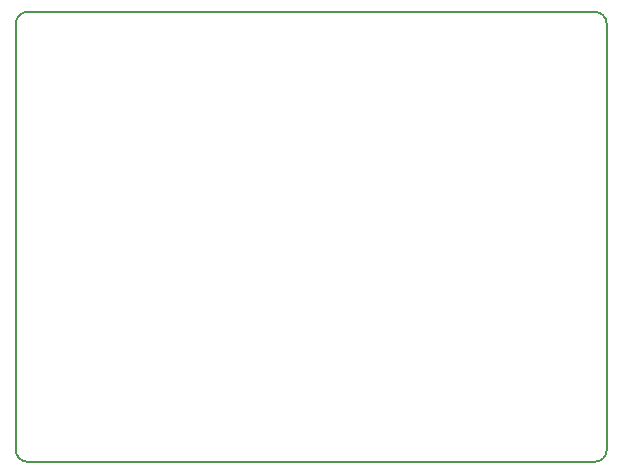
<source format=gm1>
G04 #@! TF.GenerationSoftware,KiCad,Pcbnew,(5.1.4)-1*
G04 #@! TF.CreationDate,2019-11-14T19:44:45-06:00*
G04 #@! TF.ProjectId,Cree_GaN_Driver,43726565-5f47-4614-9e5f-447269766572,rev?*
G04 #@! TF.SameCoordinates,Original*
G04 #@! TF.FileFunction,Profile,NP*
%FSLAX46Y46*%
G04 Gerber Fmt 4.6, Leading zero omitted, Abs format (unit mm)*
G04 Created by KiCad (PCBNEW (5.1.4)-1) date 2019-11-14 19:44:45*
%MOMM*%
%LPD*%
G04 APERTURE LIST*
%ADD10C,0.150000*%
G04 APERTURE END LIST*
D10*
X156464000Y-142240000D02*
G75*
G02X157480000Y-143256000I0J-1016000D01*
G01*
X157480000Y-179324000D02*
G75*
G02X156464000Y-180340000I-1016000J0D01*
G01*
X108458000Y-180340000D02*
G75*
G02X107442000Y-179324000I0J1016000D01*
G01*
X107442000Y-143256000D02*
G75*
G02X108458000Y-142240000I1016000J0D01*
G01*
X157480000Y-143256000D02*
X157480000Y-179324000D01*
X108458000Y-142240000D02*
X156464000Y-142240000D01*
X107442000Y-179324000D02*
X107442000Y-143256000D01*
X156464000Y-180340000D02*
X108458000Y-180340000D01*
M02*

</source>
